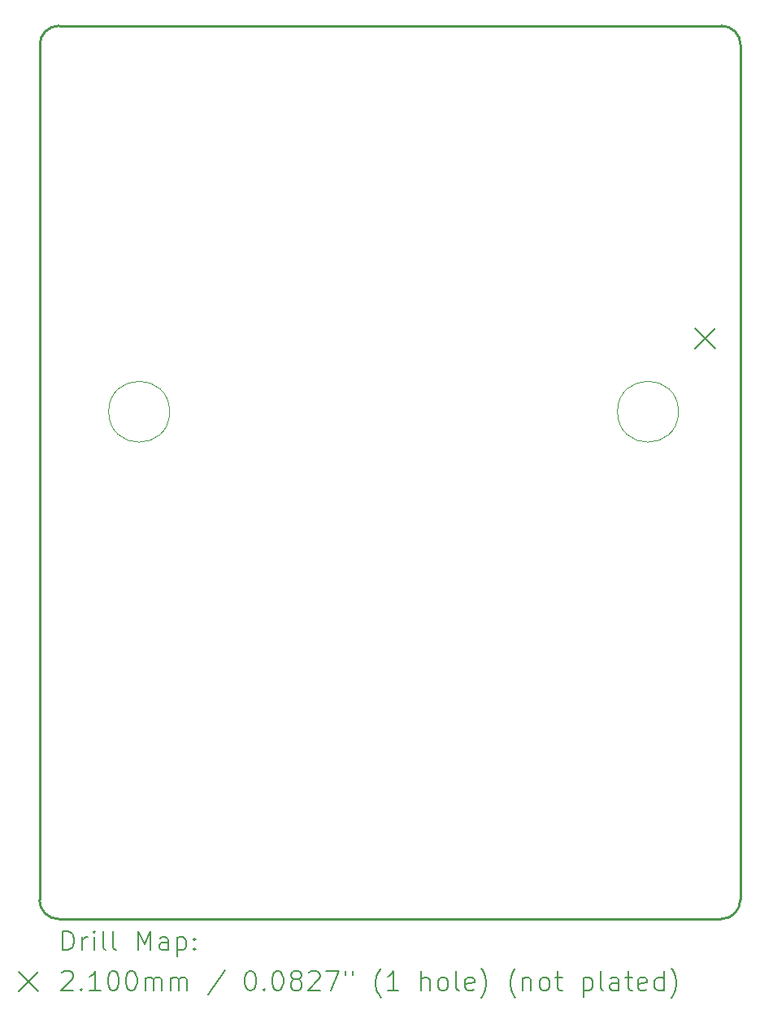
<source format=gbr>
%FSLAX45Y45*%
G04 Gerber Fmt 4.5, Leading zero omitted, Abs format (unit mm)*
G04 Created by KiCad (PCBNEW (6.0.6)) date 2022-07-31 20:56:36*
%MOMM*%
%LPD*%
G01*
G04 APERTURE LIST*
%TA.AperFunction,Profile*%
%ADD10C,0.100000*%
%TD*%
%TA.AperFunction,Profile*%
%ADD11C,0.254000*%
%TD*%
%ADD12C,0.200000*%
%ADD13C,0.210000*%
G04 APERTURE END LIST*
D10*
X13817500Y-7113140D02*
G75*
G03*
X13817500Y-7113140I-317500J0D01*
G01*
D11*
X7365000Y-3091340D02*
X14265001Y-3091340D01*
X7161801Y-12199440D02*
G75*
G03*
X7361800Y-12399439I199999J0D01*
G01*
D10*
X8517500Y-7113140D02*
G75*
G03*
X8517500Y-7113140I-317500J0D01*
G01*
D11*
X14261802Y-12399440D02*
X7361800Y-12399440D01*
X7365000Y-3091340D02*
G75*
G03*
X7165000Y-3291340I0J-200000D01*
G01*
X14461801Y-12199440D02*
X14465001Y-3291340D01*
X14465000Y-3291340D02*
G75*
G03*
X14265001Y-3091340I-200000J0D01*
G01*
X14261801Y-12399441D02*
G75*
G03*
X14461801Y-12199440I-1J200001D01*
G01*
X7161800Y-12199440D02*
X7165000Y-3291340D01*
D12*
D13*
X13992000Y-6245000D02*
X14202000Y-6455000D01*
X14202000Y-6245000D02*
X13992000Y-6455000D01*
D12*
X7406719Y-12722616D02*
X7406719Y-12522616D01*
X7454338Y-12522616D01*
X7482909Y-12532140D01*
X7501957Y-12551188D01*
X7511481Y-12570235D01*
X7521005Y-12608330D01*
X7521005Y-12636902D01*
X7511481Y-12674997D01*
X7501957Y-12694045D01*
X7482909Y-12713092D01*
X7454338Y-12722616D01*
X7406719Y-12722616D01*
X7606719Y-12722616D02*
X7606719Y-12589283D01*
X7606719Y-12627378D02*
X7616243Y-12608330D01*
X7625767Y-12598807D01*
X7644814Y-12589283D01*
X7663862Y-12589283D01*
X7730528Y-12722616D02*
X7730528Y-12589283D01*
X7730528Y-12522616D02*
X7721005Y-12532140D01*
X7730528Y-12541664D01*
X7740052Y-12532140D01*
X7730528Y-12522616D01*
X7730528Y-12541664D01*
X7854338Y-12722616D02*
X7835290Y-12713092D01*
X7825767Y-12694045D01*
X7825767Y-12522616D01*
X7959100Y-12722616D02*
X7940052Y-12713092D01*
X7930528Y-12694045D01*
X7930528Y-12522616D01*
X8187671Y-12722616D02*
X8187671Y-12522616D01*
X8254338Y-12665473D01*
X8321005Y-12522616D01*
X8321005Y-12722616D01*
X8501957Y-12722616D02*
X8501957Y-12617854D01*
X8492433Y-12598807D01*
X8473386Y-12589283D01*
X8435290Y-12589283D01*
X8416243Y-12598807D01*
X8501957Y-12713092D02*
X8482910Y-12722616D01*
X8435290Y-12722616D01*
X8416243Y-12713092D01*
X8406719Y-12694045D01*
X8406719Y-12674997D01*
X8416243Y-12655949D01*
X8435290Y-12646426D01*
X8482910Y-12646426D01*
X8501957Y-12636902D01*
X8597195Y-12589283D02*
X8597195Y-12789283D01*
X8597195Y-12598807D02*
X8616243Y-12589283D01*
X8654338Y-12589283D01*
X8673386Y-12598807D01*
X8682910Y-12608330D01*
X8692433Y-12627378D01*
X8692433Y-12684521D01*
X8682910Y-12703568D01*
X8673386Y-12713092D01*
X8654338Y-12722616D01*
X8616243Y-12722616D01*
X8597195Y-12713092D01*
X8778148Y-12703568D02*
X8787671Y-12713092D01*
X8778148Y-12722616D01*
X8768624Y-12713092D01*
X8778148Y-12703568D01*
X8778148Y-12722616D01*
X8778148Y-12598807D02*
X8787671Y-12608330D01*
X8778148Y-12617854D01*
X8768624Y-12608330D01*
X8778148Y-12598807D01*
X8778148Y-12617854D01*
X6949100Y-12952140D02*
X7149100Y-13152140D01*
X7149100Y-12952140D02*
X6949100Y-13152140D01*
X7397195Y-12961664D02*
X7406719Y-12952140D01*
X7425767Y-12942616D01*
X7473386Y-12942616D01*
X7492433Y-12952140D01*
X7501957Y-12961664D01*
X7511481Y-12980711D01*
X7511481Y-12999759D01*
X7501957Y-13028330D01*
X7387671Y-13142616D01*
X7511481Y-13142616D01*
X7597195Y-13123568D02*
X7606719Y-13133092D01*
X7597195Y-13142616D01*
X7587671Y-13133092D01*
X7597195Y-13123568D01*
X7597195Y-13142616D01*
X7797195Y-13142616D02*
X7682909Y-13142616D01*
X7740052Y-13142616D02*
X7740052Y-12942616D01*
X7721005Y-12971188D01*
X7701957Y-12990235D01*
X7682909Y-12999759D01*
X7921005Y-12942616D02*
X7940052Y-12942616D01*
X7959100Y-12952140D01*
X7968624Y-12961664D01*
X7978148Y-12980711D01*
X7987671Y-13018807D01*
X7987671Y-13066426D01*
X7978148Y-13104521D01*
X7968624Y-13123568D01*
X7959100Y-13133092D01*
X7940052Y-13142616D01*
X7921005Y-13142616D01*
X7901957Y-13133092D01*
X7892433Y-13123568D01*
X7882909Y-13104521D01*
X7873386Y-13066426D01*
X7873386Y-13018807D01*
X7882909Y-12980711D01*
X7892433Y-12961664D01*
X7901957Y-12952140D01*
X7921005Y-12942616D01*
X8111481Y-12942616D02*
X8130528Y-12942616D01*
X8149576Y-12952140D01*
X8159100Y-12961664D01*
X8168624Y-12980711D01*
X8178148Y-13018807D01*
X8178148Y-13066426D01*
X8168624Y-13104521D01*
X8159100Y-13123568D01*
X8149576Y-13133092D01*
X8130528Y-13142616D01*
X8111481Y-13142616D01*
X8092433Y-13133092D01*
X8082909Y-13123568D01*
X8073386Y-13104521D01*
X8063862Y-13066426D01*
X8063862Y-13018807D01*
X8073386Y-12980711D01*
X8082909Y-12961664D01*
X8092433Y-12952140D01*
X8111481Y-12942616D01*
X8263862Y-13142616D02*
X8263862Y-13009283D01*
X8263862Y-13028330D02*
X8273386Y-13018807D01*
X8292433Y-13009283D01*
X8321005Y-13009283D01*
X8340052Y-13018807D01*
X8349576Y-13037854D01*
X8349576Y-13142616D01*
X8349576Y-13037854D02*
X8359100Y-13018807D01*
X8378148Y-13009283D01*
X8406719Y-13009283D01*
X8425767Y-13018807D01*
X8435290Y-13037854D01*
X8435290Y-13142616D01*
X8530529Y-13142616D02*
X8530529Y-13009283D01*
X8530529Y-13028330D02*
X8540052Y-13018807D01*
X8559100Y-13009283D01*
X8587671Y-13009283D01*
X8606719Y-13018807D01*
X8616243Y-13037854D01*
X8616243Y-13142616D01*
X8616243Y-13037854D02*
X8625767Y-13018807D01*
X8644814Y-13009283D01*
X8673386Y-13009283D01*
X8692433Y-13018807D01*
X8701957Y-13037854D01*
X8701957Y-13142616D01*
X9092433Y-12933092D02*
X8921005Y-13190235D01*
X9349576Y-12942616D02*
X9368624Y-12942616D01*
X9387671Y-12952140D01*
X9397195Y-12961664D01*
X9406719Y-12980711D01*
X9416243Y-13018807D01*
X9416243Y-13066426D01*
X9406719Y-13104521D01*
X9397195Y-13123568D01*
X9387671Y-13133092D01*
X9368624Y-13142616D01*
X9349576Y-13142616D01*
X9330529Y-13133092D01*
X9321005Y-13123568D01*
X9311481Y-13104521D01*
X9301957Y-13066426D01*
X9301957Y-13018807D01*
X9311481Y-12980711D01*
X9321005Y-12961664D01*
X9330529Y-12952140D01*
X9349576Y-12942616D01*
X9501957Y-13123568D02*
X9511481Y-13133092D01*
X9501957Y-13142616D01*
X9492433Y-13133092D01*
X9501957Y-13123568D01*
X9501957Y-13142616D01*
X9635290Y-12942616D02*
X9654338Y-12942616D01*
X9673386Y-12952140D01*
X9682910Y-12961664D01*
X9692433Y-12980711D01*
X9701957Y-13018807D01*
X9701957Y-13066426D01*
X9692433Y-13104521D01*
X9682910Y-13123568D01*
X9673386Y-13133092D01*
X9654338Y-13142616D01*
X9635290Y-13142616D01*
X9616243Y-13133092D01*
X9606719Y-13123568D01*
X9597195Y-13104521D01*
X9587671Y-13066426D01*
X9587671Y-13018807D01*
X9597195Y-12980711D01*
X9606719Y-12961664D01*
X9616243Y-12952140D01*
X9635290Y-12942616D01*
X9816243Y-13028330D02*
X9797195Y-13018807D01*
X9787671Y-13009283D01*
X9778148Y-12990235D01*
X9778148Y-12980711D01*
X9787671Y-12961664D01*
X9797195Y-12952140D01*
X9816243Y-12942616D01*
X9854338Y-12942616D01*
X9873386Y-12952140D01*
X9882910Y-12961664D01*
X9892433Y-12980711D01*
X9892433Y-12990235D01*
X9882910Y-13009283D01*
X9873386Y-13018807D01*
X9854338Y-13028330D01*
X9816243Y-13028330D01*
X9797195Y-13037854D01*
X9787671Y-13047378D01*
X9778148Y-13066426D01*
X9778148Y-13104521D01*
X9787671Y-13123568D01*
X9797195Y-13133092D01*
X9816243Y-13142616D01*
X9854338Y-13142616D01*
X9873386Y-13133092D01*
X9882910Y-13123568D01*
X9892433Y-13104521D01*
X9892433Y-13066426D01*
X9882910Y-13047378D01*
X9873386Y-13037854D01*
X9854338Y-13028330D01*
X9968624Y-12961664D02*
X9978148Y-12952140D01*
X9997195Y-12942616D01*
X10044814Y-12942616D01*
X10063862Y-12952140D01*
X10073386Y-12961664D01*
X10082910Y-12980711D01*
X10082910Y-12999759D01*
X10073386Y-13028330D01*
X9959100Y-13142616D01*
X10082910Y-13142616D01*
X10149576Y-12942616D02*
X10282910Y-12942616D01*
X10197195Y-13142616D01*
X10349576Y-12942616D02*
X10349576Y-12980711D01*
X10425767Y-12942616D02*
X10425767Y-12980711D01*
X10721005Y-13218807D02*
X10711481Y-13209283D01*
X10692433Y-13180711D01*
X10682910Y-13161664D01*
X10673386Y-13133092D01*
X10663862Y-13085473D01*
X10663862Y-13047378D01*
X10673386Y-12999759D01*
X10682910Y-12971188D01*
X10692433Y-12952140D01*
X10711481Y-12923568D01*
X10721005Y-12914045D01*
X10901957Y-13142616D02*
X10787671Y-13142616D01*
X10844814Y-13142616D02*
X10844814Y-12942616D01*
X10825767Y-12971188D01*
X10806719Y-12990235D01*
X10787671Y-12999759D01*
X11140052Y-13142616D02*
X11140052Y-12942616D01*
X11225767Y-13142616D02*
X11225767Y-13037854D01*
X11216243Y-13018807D01*
X11197195Y-13009283D01*
X11168624Y-13009283D01*
X11149576Y-13018807D01*
X11140052Y-13028330D01*
X11349576Y-13142616D02*
X11330528Y-13133092D01*
X11321005Y-13123568D01*
X11311481Y-13104521D01*
X11311481Y-13047378D01*
X11321005Y-13028330D01*
X11330528Y-13018807D01*
X11349576Y-13009283D01*
X11378148Y-13009283D01*
X11397195Y-13018807D01*
X11406719Y-13028330D01*
X11416243Y-13047378D01*
X11416243Y-13104521D01*
X11406719Y-13123568D01*
X11397195Y-13133092D01*
X11378148Y-13142616D01*
X11349576Y-13142616D01*
X11530528Y-13142616D02*
X11511481Y-13133092D01*
X11501957Y-13114045D01*
X11501957Y-12942616D01*
X11682909Y-13133092D02*
X11663862Y-13142616D01*
X11625767Y-13142616D01*
X11606719Y-13133092D01*
X11597195Y-13114045D01*
X11597195Y-13037854D01*
X11606719Y-13018807D01*
X11625767Y-13009283D01*
X11663862Y-13009283D01*
X11682909Y-13018807D01*
X11692433Y-13037854D01*
X11692433Y-13056902D01*
X11597195Y-13075949D01*
X11759100Y-13218807D02*
X11768624Y-13209283D01*
X11787671Y-13180711D01*
X11797195Y-13161664D01*
X11806719Y-13133092D01*
X11816243Y-13085473D01*
X11816243Y-13047378D01*
X11806719Y-12999759D01*
X11797195Y-12971188D01*
X11787671Y-12952140D01*
X11768624Y-12923568D01*
X11759100Y-12914045D01*
X12121005Y-13218807D02*
X12111481Y-13209283D01*
X12092433Y-13180711D01*
X12082909Y-13161664D01*
X12073386Y-13133092D01*
X12063862Y-13085473D01*
X12063862Y-13047378D01*
X12073386Y-12999759D01*
X12082909Y-12971188D01*
X12092433Y-12952140D01*
X12111481Y-12923568D01*
X12121005Y-12914045D01*
X12197195Y-13009283D02*
X12197195Y-13142616D01*
X12197195Y-13028330D02*
X12206719Y-13018807D01*
X12225767Y-13009283D01*
X12254338Y-13009283D01*
X12273386Y-13018807D01*
X12282909Y-13037854D01*
X12282909Y-13142616D01*
X12406719Y-13142616D02*
X12387671Y-13133092D01*
X12378148Y-13123568D01*
X12368624Y-13104521D01*
X12368624Y-13047378D01*
X12378148Y-13028330D01*
X12387671Y-13018807D01*
X12406719Y-13009283D01*
X12435290Y-13009283D01*
X12454338Y-13018807D01*
X12463862Y-13028330D01*
X12473386Y-13047378D01*
X12473386Y-13104521D01*
X12463862Y-13123568D01*
X12454338Y-13133092D01*
X12435290Y-13142616D01*
X12406719Y-13142616D01*
X12530528Y-13009283D02*
X12606719Y-13009283D01*
X12559100Y-12942616D02*
X12559100Y-13114045D01*
X12568624Y-13133092D01*
X12587671Y-13142616D01*
X12606719Y-13142616D01*
X12825767Y-13009283D02*
X12825767Y-13209283D01*
X12825767Y-13018807D02*
X12844814Y-13009283D01*
X12882909Y-13009283D01*
X12901957Y-13018807D01*
X12911481Y-13028330D01*
X12921005Y-13047378D01*
X12921005Y-13104521D01*
X12911481Y-13123568D01*
X12901957Y-13133092D01*
X12882909Y-13142616D01*
X12844814Y-13142616D01*
X12825767Y-13133092D01*
X13035290Y-13142616D02*
X13016243Y-13133092D01*
X13006719Y-13114045D01*
X13006719Y-12942616D01*
X13197195Y-13142616D02*
X13197195Y-13037854D01*
X13187671Y-13018807D01*
X13168624Y-13009283D01*
X13130528Y-13009283D01*
X13111481Y-13018807D01*
X13197195Y-13133092D02*
X13178148Y-13142616D01*
X13130528Y-13142616D01*
X13111481Y-13133092D01*
X13101957Y-13114045D01*
X13101957Y-13094997D01*
X13111481Y-13075949D01*
X13130528Y-13066426D01*
X13178148Y-13066426D01*
X13197195Y-13056902D01*
X13263862Y-13009283D02*
X13340052Y-13009283D01*
X13292433Y-12942616D02*
X13292433Y-13114045D01*
X13301957Y-13133092D01*
X13321005Y-13142616D01*
X13340052Y-13142616D01*
X13482909Y-13133092D02*
X13463862Y-13142616D01*
X13425767Y-13142616D01*
X13406719Y-13133092D01*
X13397195Y-13114045D01*
X13397195Y-13037854D01*
X13406719Y-13018807D01*
X13425767Y-13009283D01*
X13463862Y-13009283D01*
X13482909Y-13018807D01*
X13492433Y-13037854D01*
X13492433Y-13056902D01*
X13397195Y-13075949D01*
X13663862Y-13142616D02*
X13663862Y-12942616D01*
X13663862Y-13133092D02*
X13644814Y-13142616D01*
X13606719Y-13142616D01*
X13587671Y-13133092D01*
X13578148Y-13123568D01*
X13568624Y-13104521D01*
X13568624Y-13047378D01*
X13578148Y-13028330D01*
X13587671Y-13018807D01*
X13606719Y-13009283D01*
X13644814Y-13009283D01*
X13663862Y-13018807D01*
X13740052Y-13218807D02*
X13749576Y-13209283D01*
X13768624Y-13180711D01*
X13778148Y-13161664D01*
X13787671Y-13133092D01*
X13797195Y-13085473D01*
X13797195Y-13047378D01*
X13787671Y-12999759D01*
X13778148Y-12971188D01*
X13768624Y-12952140D01*
X13749576Y-12923568D01*
X13740052Y-12914045D01*
M02*

</source>
